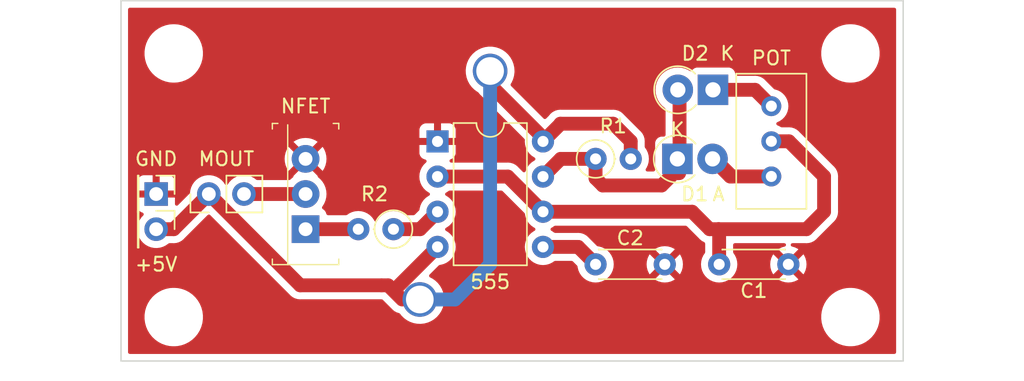
<source format=kicad_pcb>
(kicad_pcb (version 20211014) (generator pcbnew)
  (layers (0 "F.Cu" signal) (31 "B.Cu" signal) (34 "B.Paste" user) (35 "F.Paste" user) (36 "B.SilkS" user "B.Silkscreen") (37 "F.SilkS" user "F.Silkscreen") (38 "B.Mask" user) (39 "F.Mask" user) (44 "Edge.Cuts" user))
  (net 0 "")
  (net 1 "Net-(C1-Pad1)")
  (net 2 "GND")
  (net 3 "Net-(C2-Pad1)")
  (net 4 "Net-(D1-Pad1)")
  (net 5 "Net-(D1-Pad2)")
  (net 6 "Net-(D2-Pad1)")
  (net 7 "+5V")
  (net 8 "Net-(M1-Pad2)")
  (net 9 "Net-(Q1-Pad1)")
  (net 10 "Net-(R2-Pad1)")
  (footprint "Diode_THT:D_DO-41_SOD81_P2.54mm_Vertical_AnodeUp" (layer "F.Cu") (at 52.258234 23.495)
    (fp_text reference "D1" (at 1.251551 2.54) (layer "F.SilkS"))
    (fp_text value "1N4007")
    (fp_text user "K" (at 0 -2.1) (layer "F.SilkS"))
    (fp_text user "A" (at 2.976766 2.54) (layer "F.SilkS"))
    (fp_arc (start 1.251551 1.167366) (mid -1.710877 -0.044974) (end 1.311153 -1.1) (layer "F.SilkS") (width 0.12))
    (pad "1" thru_hole rect (at 0 0) (size 2.2 2.2) (drill 1.1) (layers *.Cu *.Mask) (net 4 "Net-(D1-Pad1)"))
    (pad "2" thru_hole oval (at 2.54 0) (size 2.2 2.2) (drill 1.1) (layers *.Cu *.Mask) (net 5 "Net-(D1-Pad2)"))
  )
  (footprint "Capacitor_THT:C_Disc_D4.3mm_W1.9mm_P5.00mm" (layer "F.Cu") (at 55.275 31.115)
    (fp_text reference "C1" (at 2.5 1.905) (layer "F.SilkS"))
    (fp_text value "100nF")
    (fp_line (start 0.23 -1.07) (end 0.23 -1.055) (layer "F.SilkS") (width 0.12))
    (fp_line (start 0.23 1.07) (end 4.77 1.07) (layer "F.SilkS") (width 0.12))
    (fp_line (start 0.23 1.055) (end 0.23 1.07) (layer "F.SilkS") (width 0.12))
    (fp_line (start 4.77 1.055) (end 4.77 1.07) (layer "F.SilkS") (width 0.12))
    (fp_line (start 0.23 -1.07) (end 4.77 -1.07) (layer "F.SilkS") (width 0.12))
    (fp_line (start 4.77 -1.07) (end 4.77 -1.055) (layer "F.SilkS") (width 0.12))
    (pad "1" thru_hole circle (at 0 0) (size 1.6 1.6) (drill 0.8) (layers *.Cu *.Mask) (net 1 "Net-(C1-Pad1)"))
    (pad "2" thru_hole circle (at 5 0) (size 1.6 1.6) (drill 0.8) (layers *.Cu *.Mask) (net 2 "GND"))
  )
  (footprint "Capacitor_THT:C_Disc_D4.3mm_W1.9mm_P5.00mm" (layer "F.Cu") (at 46.345 31.115)
    (fp_text reference "C2" (at 2.5 -1.905) (layer "F.SilkS"))
    (fp_text value "10nF")
    (fp_line (start 4.77 1.055) (end 4.77 1.07) (layer "F.SilkS") (width 0.12))
    (fp_line (start 0.23 1.07) (end 4.77 1.07) (layer "F.SilkS") (width 0.12))
    (fp_line (start 4.77 -1.07) (end 4.77 -1.055) (layer "F.SilkS") (width 0.12))
    (fp_line (start 0.23 1.055) (end 0.23 1.07) (layer "F.SilkS") (width 0.12))
    (fp_line (start 0.23 -1.07) (end 4.77 -1.07) (layer "F.SilkS") (width 0.12))
    (fp_line (start 0.23 -1.07) (end 0.23 -1.055) (layer "F.SilkS") (width 0.12))
    (pad "1" thru_hole circle (at 0 0) (size 1.6 1.6) (drill 0.8) (layers *.Cu *.Mask) (net 3 "Net-(C2-Pad1)"))
    (pad "2" thru_hole circle (at 5 0) (size 1.6 1.6) (drill 0.8) (layers *.Cu *.Mask) (net 2 "GND"))
  )
  (footprint "Resistor_THT:R_Axial_DIN0207_L6.3mm_D2.5mm_P2.54mm_Vertical" (layer "F.Cu") (at 31.74 28.575 180)
    (fp_text reference "R2" (at 1.37 2.54 180) (layer "F.SilkS"))
    (fp_text value "440")
    (fp_line (start 1.37 0) (end 1.44 0) (layer "F.SilkS") (width 0.12))
    (fp_circle (center 0 0) (end 1.37 0) (layer "F.SilkS") (width 0.12) (fill none))
    (pad "1" thru_hole circle (at 0 0 180) (size 1.6 1.6) (drill 0.8) (layers *.Cu *.Mask) (net 10 "Net-(R2-Pad1)"))
    (pad "2" thru_hole oval (at 2.54 0 180) (size 1.6 1.6) (drill 0.8) (layers *.Cu *.Mask) (net 9 "Net-(Q1-Pad1)"))
  )
  (footprint "Connector_PinHeader_2.54mm:PinHeader_1x01_P2.54mm_Vertical" (layer "F.Cu") (at 14.595 26.035 -90)
    (fp_text reference "GND" (at -2.54 0 180) (layer "F.SilkS"))
    (fp_text value "MountingHole_Pad")
    (fp_line (start -1.33 1.27) (end 1.33 1.27) (layer "F.SilkS") (width 0.12))
    (fp_line (start -1.33 1.33) (end 1.33 1.33) (layer "F.SilkS") (width 0.12))
    (fp_line (start -1.33 0) (end -1.33 -1.33) (layer "F.SilkS") (width 0.12))
    (fp_line (start -1.33 -1.33) (end 0 -1.33) (layer "F.SilkS") (width 0.12))
    (fp_line (start -1.33 1.27) (end -1.33 1.33) (layer "F.SilkS") (width 0.12))
    (fp_line (start 1.33 1.27) (end 1.33 1.33) (layer "F.SilkS") (width 0.12))
    (pad "1" thru_hole rect (at 0 0 270) (size 1.7 1.7) (drill 1) (layers *.Cu *.Mask) (net 2 "GND"))
  )
  (footprint "MountingHole:MountingHole_3.2mm_M3_DIN965" (layer "F.Cu") (at 15.865 15.875)
    (fp_text reference "REF**" hide)
    (fp_text value "MountingHole_3.2mm_M3_DIN965")
    (pad "" np_thru_hole circle (at 0 0) (size 3.2 3.2) (drill 3.2) (layers *.Cu *.Mask))
  )
  (footprint "Diode_THT:D_DO-41_SOD81_P2.54mm_Vertical_KathodeUp" (layer "F.Cu") (at 54.828354 18.505183 180)
    (fp_text reference "D2" (at 1.288449 2.630183 180) (layer "F.SilkS"))
    (fp_text value "1N4007")
    (fp_text user "K" (at -1.041646 2.630183 180) (layer "F.SilkS"))
    (fp_arc (start 1.228847 -1.1) (mid 4.250877 -0.044974) (end 1.288449 1.167366) (layer "F.SilkS") (width 0.12))
    (pad "1" thru_hole rect (at 0 0 180) (size 2.2 2.2) (drill 1.1) (layers *.Cu *.Mask) (net 6 "Net-(D2-Pad1)"))
    (pad "2" thru_hole oval (at 2.54 0 180) (size 2.2 2.2) (drill 1.1) (layers *.Cu *.Mask) (net 4 "Net-(D1-Pad1)"))
  )
  (footprint "Package_DIP:DIP-8_W7.62mm" (layer "F.Cu") (at 34.925 22.235)
    (fp_text reference "555" (at 3.81 10.15) (layer "F.SilkS"))
    (fp_text value "LM555xN")
    (fp_line (start 6.46 8.95) (end 6.46 -1.33) (layer "F.SilkS") (width 0.12))
    (fp_line (start 1.16 8.95) (end 6.46 8.95) (layer "F.SilkS") (width 0.12))
    (fp_line (start 6.46 -1.33) (end 4.81 -1.33) (layer "F.SilkS") (width 0.12))
    (fp_line (start 1.16 -1.33) (end 1.16 8.95) (layer "F.SilkS") (width 0.12))
    (fp_line (start 2.81 -1.33) (end 1.16 -1.33) (layer "F.SilkS") (width 0.12))
    (fp_arc (start 4.81 -1.33) (mid 3.81 -0.33) (end 2.81 -1.33) (layer "F.SilkS") (width 0.12))
    (pad "1" thru_hole rect (at 0 0) (size 1.6 1.6) (drill 0.8) (layers *.Cu *.Mask) (net 2 "GND"))
    (pad "2" thru_hole oval (at 0 2.54) (size 1.6 1.6) (drill 0.8) (layers *.Cu *.Mask) (net 1 "Net-(C1-Pad1)"))
    (pad "3" thru_hole oval (at 0 5.08) (size 1.6 1.6) (drill 0.8) (layers *.Cu *.Mask) (net 10 "Net-(R2-Pad1)"))
    (pad "4" thru_hole oval (at 0 7.62) (size 1.6 1.6) (drill 0.8) (layers *.Cu *.Mask) (net 7 "+5V"))
    (pad "5" thru_hole oval (at 7.62 7.62) (size 1.6 1.6) (drill 0.8) (layers *.Cu *.Mask) (net 3 "Net-(C2-Pad1)"))
    (pad "6" thru_hole oval (at 7.62 5.08) (size 1.6 1.6) (drill 0.8) (layers *.Cu *.Mask) (net 1 "Net-(C1-Pad1)"))
    (pad "7" thru_hole oval (at 7.62 2.54) (size 1.6 1.6) (drill 0.8) (layers *.Cu *.Mask) (net 4 "Net-(D1-Pad1)"))
    (pad "8" thru_hole oval (at 7.62 0) (size 1.6 1.6) (drill 0.8) (layers *.Cu *.Mask) (net 7 "+5V"))
  )
  (footprint "MountingHole:MountingHole_3.2mm_M3_DIN965" (layer "F.Cu") (at 64.76 34.925)
    (fp_text reference "REF**" hide)
    (fp_text value "MountingHole_3.2mm_M3_DIN965")
    (pad "" np_thru_hole circle (at 0 0) (size 3.2 3.2) (drill 3.2) (layers *.Cu *.Mask))
  )
  (footprint "digikey-footprints:TO-220-3" (layer "F.Cu") (at 25.39 28.575 90)
    (fp_text reference "NFET" (at 8.89 0 180) (layer "F.SilkS"))
    (fp_text value "IRF510PBF")
    (fp_line (start -2.56 -1.29) (end 7.54 -1.29) (layer "F.SilkS") (width 0.1))
    (fp_line (start 7.64 2.4) (end 7.64 2) (layer "F.SilkS") (width 0.1))
    (fp_line (start 7.64 -2.4) (end 7.64 -2) (layer "F.SilkS") (width 0.1))
    (fp_line (start -2.56 2.4) (end -2.56 -2) (layer "F.SilkS") (width 0.1))
    (fp_line (start -2.56 2.4) (end -2.16 2.4) (layer "F.SilkS") (width 0.1))
    (fp_line (start 7.64 2.4) (end 7.24 2.4) (layer "F.SilkS") (width 0.1))
    (fp_line (start 7.24 -2.4) (end 7.64 -2.4) (layer "F.SilkS") (width 0.1))
    (fp_line (start -2.56 -2.4) (end -2.16 -2.4) (layer "F.SilkS") (width 0.1))
    (fp_line (start -2.56 -2.4) (end -2.56 -2) (layer "F.SilkS") (width 0.1))
    (pad "1" thru_hole rect locked (at 0 0 90) (size 2 2) (drill 1) (layers *.Cu *.Mask) (net 9 "Net-(Q1-Pad1)"))
    (pad "2" thru_hole circle locked (at 2.54 0 90) (size 2 2) (drill 1) (layers *.Cu *.Mask) (net 8 "Net-(M1-Pad2)"))
    (pad "3" thru_hole circle locked (at 5.08 0 90) (size 2 2) (drill 1) (layers *.Cu *.Mask) (net 2 "GND"))
  )
  (footprint "Connector_PinHeader_2.54mm:PinHeader_1x01_P2.54mm_Vertical" (layer "F.Cu") (at 14.595 28.575 -90)
    (fp_text reference "+5V" (at 2.54 0 180) (layer "F.SilkS"))
    (fp_text value "MountingHole_Pad")
    (fp_line (start -1.33 1.27) (end -1.33 1.33) (layer "F.SilkS") (width 0.12))
    (fp_line (start 1.33 1.27) (end 1.33 1.33) (layer "F.SilkS") (width 0.12))
    (fp_line (start -1.33 -1.33) (end 0 -1.33) (layer "F.SilkS") (width 0.12))
    (fp_line (start -1.33 1.27) (end 1.33 1.27) (layer "F.SilkS") (width 0.12))
    (fp_line (start -1.33 0) (end -1.33 -1.33) (layer "F.SilkS") (width 0.12))
    (fp_line (start -1.33 1.33) (end 1.33 1.33) (layer "F.SilkS") (width 0.12))
    (pad "1" thru_hole circle (at 0 0 270) (size 1.7 1.7) (drill 1) (layers *.Cu *.Mask) (net 7 "+5V"))
  )
  (footprint "Resistor_THT:R_Axial_DIN0207_L6.3mm_D2.5mm_P2.54mm_Vertical" (layer "F.Cu") (at 46.345 23.495)
    (fp_text reference "R1" (at 1.27 -2.37) (layer "F.SilkS"))
    (fp_text value "1K")
    (fp_line (start 1.37 0) (end 1.44 0) (layer "F.SilkS") (width 0.12))
    (fp_circle (center 0 0) (end 1.37 0) (layer "F.SilkS") (width 0.12) (fill none))
    (pad "1" thru_hole circle (at 0 0) (size 1.6 1.6) (drill 0.8) (layers *.Cu *.Mask) (net 4 "Net-(D1-Pad1)"))
    (pad "2" thru_hole oval (at 2.54 0) (size 1.6 1.6) (drill 0.8) (layers *.Cu *.Mask) (net 7 "+5V"))
  )
  (footprint "Potentiometer_THT:Potentiometer_Bourns_3386C_Horizontal" (layer "F.Cu") (at 59.045 19.685)
    (fp_text reference "POT" (at 0 -3.475) (layer "F.SilkS"))
    (fp_text value "1M")
    (fp_line (start -2.535 7.425) (end 2.535 7.425) (layer "F.SilkS") (width 0.12))
    (fp_line (start -2.535 -2.345) (end -2.535 7.425) (layer "F.SilkS") (width 0.12))
    (fp_line (start -2.535 -2.345) (end 2.535 -2.345) (layer "F.SilkS") (width 0.12))
    (fp_line (start 2.535 -2.345) (end 2.535 7.425) (layer "F.SilkS") (width 0.12))
    (pad "1" thru_hole circle (at 0 0) (size 1.44 1.44) (drill 0.8) (layers *.Cu *.Mask) (net 6 "Net-(D2-Pad1)"))
    (pad "2" thru_hole circle (at 0 2.54) (size 1.44 1.44) (drill 0.8) (layers *.Cu *.Mask) (net 1 "Net-(C1-Pad1)"))
    (pad "3" thru_hole circle (at 0 5.08) (size 1.44 1.44) (drill 0.8) (layers *.Cu *.Mask) (net 5 "Net-(D1-Pad2)"))
  )
  (footprint "MountingHole:MountingHole_3.2mm_M3_DIN965" (layer "F.Cu") (at 64.76 15.875)
    (fp_text reference "REF**" hide)
    (fp_text value "MountingHole_3.2mm_M3_DIN965")
    (pad "" np_thru_hole circle (at 0 0) (size 3.2 3.2) (drill 3.2) (layers *.Cu *.Mask))
  )
  (footprint "MountingHole:MountingHole_3.2mm_M3_DIN965" (layer "F.Cu") (at 15.865 34.925)
    (fp_text reference "REF**" hide)
    (fp_text value "MountingHole_3.2mm_M3_DIN965")
    (pad "" np_thru_hole circle (at 0 0) (size 3.2 3.2) (drill 3.2) (layers *.Cu *.Mask))
  )
  (footprint "Connector_PinHeader_2.54mm:PinHeader_1x02_P2.54mm_Vertical" (layer "F.Cu") (at 18.4 26.035 90)
    (fp_text reference "MOUT" (at 2.54 1.27 180) (layer "F.SilkS"))
    (fp_text value "Motor_DC")
    (fp_line (start -1.33 3.87) (end 1.33 3.87) (layer "F.SilkS") (width 0.12))
    (fp_line (start -1.33 0) (end -1.33 -1.33) (layer "F.SilkS") (width 0.12))
    (fp_line (start -1.33 1.27) (end -1.33 3.87) (layer "F.SilkS") (width 0.12))
    (fp_line (start -1.33 1.27) (end 1.33 1.27) (layer "F.SilkS") (width 0.12))
    (fp_line (start -1.33 -1.33) (end 0 -1.33) (layer "F.SilkS") (width 0.12))
    (fp_line (start 1.33 1.27) (end 1.33 3.87) (layer "F.SilkS") (width 0.12))
    (pad "1" thru_hole circle (at 0 0 90) (size 1.7 1.7) (drill 1) (layers *.Cu *.Mask) (net 7 "+5V"))
    (pad "2" thru_hole oval (at 0 2.54 90) (size 1.7 1.7) (drill 1) (layers *.Cu *.Mask) (net 8 "Net-(M1-Pad2)"))
  )
  (gr_line (start 68.57 38.1) (end 12.055 38.1) (layer "Edge.Cuts") (width 0.1))
  (gr_line (start 12.055 12.065) (end 68.57 12.065) (layer "Edge.Cuts") (width 0.1))
  (gr_line (start 68.57 12.065) (end 68.57 38.1) (layer "Edge.Cuts") (width 0.1))
  (gr_line (start 12.055 38.1) (end 12.055 12.065) (layer "Edge.Cuts") (width 0.1))
  (segment (start 55.275 31.115) (end 55.275 28.615) (width 1) (layer "F.Cu") (net 1))
  (segment (start 40.005 24.775) (end 42.545 27.315) (width 1) (layer "F.Cu") (net 1))
  (segment (start 53.325 27.315) (end 42.545 27.315) (width 1) (layer "F.Cu") (net 1))
  (segment (start 62.855 27.305) (end 61.585 28.575) (width 1) (layer "F.Cu") (net 1))
  (segment (start 61.585 28.575) (end 55.235 28.575) (width 1) (layer "F.Cu") (net 1))
  (segment (start 34.925 24.775) (end 40.005 24.775) (width 1) (layer "F.Cu") (net 1))
  (segment (start 59.045 22.225) (end 60.315 22.225) (width 1) (layer "F.Cu") (net 1))
  (segment (start 55.275 28.615) (end 55.235 28.575) (width 1) (layer "F.Cu") (net 1))
  (segment (start 62.855 24.765) (end 62.855 27.305) (width 1) (layer "F.Cu") (net 1))
  (segment (start 54.585 28.575) (end 53.325 27.315) (width 1) (layer "F.Cu") (net 1))
  (segment (start 55.235 28.575) (end 54.585 28.575) (width 1) (layer "F.Cu") (net 1))
  (segment (start 60.315 22.225) (end 62.855 24.765) (width 1) (layer "F.Cu") (net 1))
  (segment (start 42.545 29.855) (end 45.085 29.855) (width 1) (layer "F.Cu") (net 3))
  (segment (start 45.085 29.855) (end 46.345 31.115) (width 1) (layer "F.Cu") (net 3))
  (segment (start 46.860578 25.415015) (end 46.345 24.899437) (width 1) (layer "F.Cu") (net 4))
  (segment (start 43.825 23.495) (end 46.345 23.495) (width 1) (layer "F.Cu") (net 4))
  (segment (start 52.258234 24.274836) (end 52.00285 24.53022) (width 1) (layer "F.Cu") (net 4))
  (segment (start 52.382049 24.53022) (end 52.00285 24.53022) (width 1) (layer "F.Cu") (net 4))
  (segment (start 51.118055 25.415015) (end 46.860578 25.415015) (width 1) (layer "F.Cu") (net 4))
  (segment (start 52.258234 23.495) (end 52.258234 24.274836) (width 1) (layer "F.Cu") (net 4))
  (segment (start 52.412169 18.505183) (end 52.412169 23.46488) (width 1) (layer "F.Cu") (net 4))
  (segment (start 52.00285 24.53022) (end 51.118055 25.415015) (width 1) (layer "F.Cu") (net 4))
  (segment (start 52.412169 23.46488) (end 52.382049 23.495) (width 1) (layer "F.Cu") (net 4))
  (segment (start 46.345 23.495) (end 46.345 24.899437) (width 1) (layer "F.Cu") (net 4))
  (segment (start 42.545 24.775) (end 43.825 23.495) (width 1) (layer "F.Cu") (net 4))
  (segment (start 54.922049 23.495) (end 56.192049 24.765) (width 1) (layer "F.Cu") (net 5))
  (segment (start 54.798234 23.495) (end 56.068234 24.765) (width 1) (layer "F.Cu") (net 5))
  (segment (start 56.068234 24.765) (end 56.192049 24.765) (width 1) (layer "F.Cu") (net 5))
  (segment (start 56.192049 24.765) (end 59.045 24.765) (width 1) (layer "F.Cu") (net 5))
  (segment (start 57.865183 18.505183) (end 59.045 19.685) (width 1) (layer "F.Cu") (net 6))
  (segment (start 54.828354 18.505183) (end 57.865183 18.505183) (width 1) (layer "F.Cu") (net 6))
  (segment (start 42.545 22.235) (end 43.805 20.975) (width 1) (layer "F.Cu") (net 7))
  (segment (start 38.725 17.145) (end 38.725 18.141845) (width 1) (layer "F.Cu") (net 7))
  (segment (start 14.595 28.575) (end 15.865 28.575) (width 1) (layer "F.Cu") (net 7))
  (segment (start 32.150007 32.629993) (end 34.925 29.855) (width 1) (layer "F.Cu") (net 7))
  (segment (start 32.375 33.655) (end 31.349993 32.629993) (width 1) (layer "F.Cu") (net 7))
  (segment (start 31.349993 32.629993) (end 30.880007 32.629993) (width 1) (layer "F.Cu") (net 7))
  (segment (start 15.865 28.575) (end 18.405 26.035) (width 1) (layer "F.Cu") (net 7))
  (segment (start 43.805 20.955) (end 47.615 20.955) (width 1) (layer "F.Cu") (net 7))
  (segment (start 24.999993 32.629993) (end 30.880007 32.629993) (width 1) (layer "F.Cu") (net 7))
  (segment (start 43.805 20.975) (end 43.805 20.955) (width 1) (layer "F.Cu") (net 7))
  (segment (start 48.885 22.225) (end 48.885 23.495) (width 1) (layer "F.Cu") (net 7))
  (segment (start 42.545 21.961845) (end 42.545 22.235) (width 1) (layer "F.Cu") (net 7))
  (segment (start 18.405 26.035) (end 24.999993 32.629993) (width 1) (layer "F.Cu") (net 7))
  (segment (start 38.725 18.141845) (end 42.545 21.961845) (width 1) (layer "F.Cu") (net 7))
  (segment (start 47.615 20.955) (end 48.885 22.225) (width 1) (layer "F.Cu") (net 7))
  (via (at 33.645 33.655) (size 2.5) (drill 2) (layers "F.Cu" "B.Cu") (net 7))
  (via (at 38.725 17.145) (size 2.5) (drill 2) (layers "F.Cu" "B.Cu") (net 7))
  (segment (start 38.725 17.145) (end 38.725 31.115) (width 1) (layer "B.Cu") (net 7))
  (segment (start 38.725 31.115) (end 36.185 33.655) (width 1) (layer "B.Cu") (net 7))
  (segment (start 36.185 33.655) (end 33.645 33.655) (width 1) (layer "B.Cu") (net 7))
  (segment (start 20.945 26.035) (end 24.755 26.035) (width 1) (layer "F.Cu") (net 8))
  (segment (start 29.2 28.575) (end 25.39 28.575) (width 1) (layer "F.Cu") (net 9))
  (segment (start 33.665 28.575) (end 34.925 27.315) (width 1) (layer "F.Cu") (net 10))
  (segment (start 31.74 28.575) (end 33.665 28.575) (width 1) (layer "F.Cu") (net 10))
  (zone (net 2) (net_name "GND") (layer "F.Cu") (connect_pads (clearance 0.508)) (min_thickness 0.254) (fill yes (thermal_gap 0.508) (thermal_bridge_width 0.508))
    (polygon (pts (xy 68.57 38.1) (xy 12.055 38.1) (xy 12.055 12.065) (xy 68.57 12.065)))
  )
)
</source>
